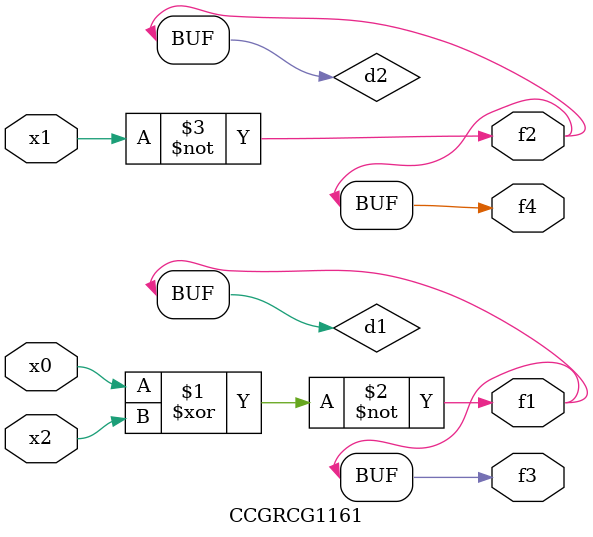
<source format=v>
module CCGRCG1161(
	input x0, x1, x2,
	output f1, f2, f3, f4
);

	wire d1, d2, d3;

	xnor (d1, x0, x2);
	nand (d2, x1);
	nor (d3, x1, x2);
	assign f1 = d1;
	assign f2 = d2;
	assign f3 = d1;
	assign f4 = d2;
endmodule

</source>
